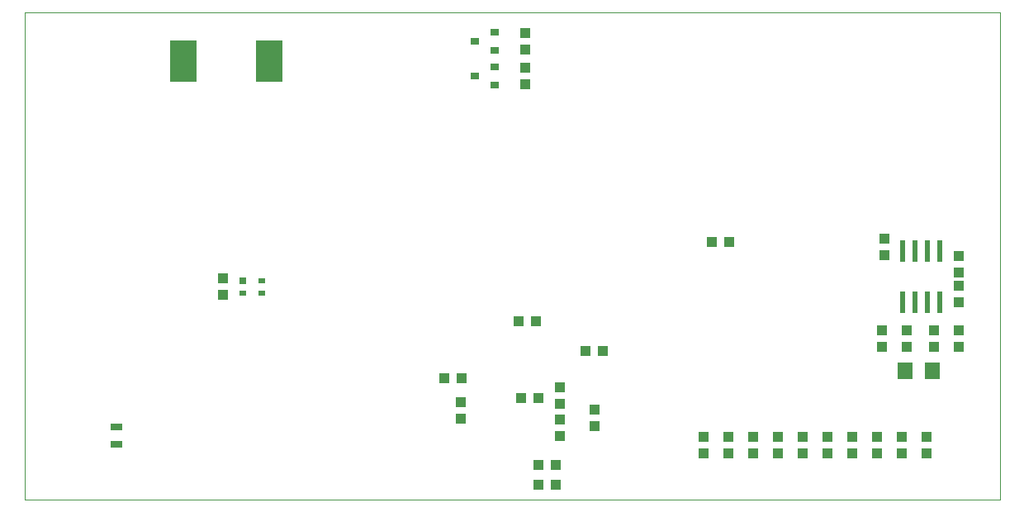
<source format=gbp>
G75*
G70*
%OFA0B0*%
%FSLAX24Y24*%
%IPPOS*%
%LPD*%
%AMOC8*
5,1,8,0,0,1.08239X$1,22.5*
%
%ADD10C,0.0000*%
%ADD11R,0.0630X0.0710*%
%ADD12R,0.0394X0.0433*%
%ADD13R,0.0240X0.0870*%
%ADD14R,0.0433X0.0394*%
%ADD15R,0.0472X0.0315*%
%ADD16R,0.1102X0.1654*%
%ADD17R,0.0354X0.0315*%
%ADD18R,0.0315X0.0236*%
%ADD19R,0.0315X0.0315*%
D10*
X001240Y001540D02*
X001240Y021225D01*
X040610Y021225D01*
X040610Y001540D01*
X001240Y001540D01*
D11*
X036780Y006740D03*
X037900Y006740D03*
D12*
X037940Y007705D03*
X037940Y008375D03*
X036840Y008375D03*
X036840Y007705D03*
X035840Y007705D03*
X035840Y008375D03*
X038940Y008375D03*
X038940Y007705D03*
X038940Y009505D03*
X038940Y010175D03*
X038940Y010705D03*
X038940Y011375D03*
X035940Y011405D03*
X035940Y012075D03*
X024240Y005175D03*
X024240Y004505D03*
X022840Y004775D03*
X022840Y004105D03*
X022840Y005405D03*
X022840Y006075D03*
X018840Y005475D03*
X018840Y004805D03*
X009240Y009805D03*
X009240Y010475D03*
X021440Y018305D03*
X021440Y018975D03*
X021440Y019705D03*
X021440Y020375D03*
X028640Y004075D03*
X028640Y003405D03*
X029640Y003405D03*
X029640Y004075D03*
X030640Y004075D03*
X030640Y003405D03*
X031640Y003405D03*
X031640Y004075D03*
X032640Y004075D03*
X032640Y003405D03*
X033640Y003405D03*
X033640Y004075D03*
X034640Y004075D03*
X034640Y003405D03*
X035640Y003405D03*
X035640Y004075D03*
X036640Y004075D03*
X036640Y003405D03*
X037640Y003405D03*
X037640Y004075D03*
D13*
X037690Y009510D03*
X037190Y009510D03*
X036690Y009510D03*
X038190Y009510D03*
X038190Y011570D03*
X037690Y011570D03*
X037190Y011570D03*
X036690Y011570D03*
D14*
X029675Y011940D03*
X029005Y011940D03*
X021875Y008740D03*
X021205Y008740D03*
X023905Y007540D03*
X024575Y007540D03*
X021975Y005640D03*
X021305Y005640D03*
X018875Y006440D03*
X018205Y006440D03*
X022005Y002940D03*
X022675Y002940D03*
X022675Y002140D03*
X022005Y002140D03*
D15*
X004940Y003786D03*
X004940Y004494D03*
D16*
X007653Y019247D03*
X011118Y019247D03*
D17*
X019407Y018640D03*
X020234Y019014D03*
X020234Y019666D03*
X019407Y020040D03*
X020234Y020414D03*
X020234Y018266D03*
D18*
X010814Y010396D03*
X010814Y009884D03*
X010066Y009884D03*
D19*
X010066Y010376D03*
M02*

</source>
